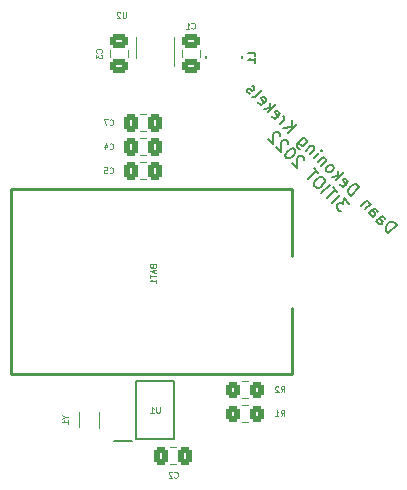
<source format=gbo>
G04 #@! TF.GenerationSoftware,KiCad,Pcbnew,6.0.9-8da3e8f707~116~ubuntu22.04.1*
G04 #@! TF.CreationDate,2022-11-08T11:27:41+01:00*
G04 #@! TF.ProjectId,PCB-Horloge,5043422d-486f-4726-9c6f-67652e6b6963,1.0*
G04 #@! TF.SameCoordinates,Original*
G04 #@! TF.FileFunction,Legend,Bot*
G04 #@! TF.FilePolarity,Positive*
%FSLAX46Y46*%
G04 Gerber Fmt 4.6, Leading zero omitted, Abs format (unit mm)*
G04 Created by KiCad (PCBNEW 6.0.9-8da3e8f707~116~ubuntu22.04.1) date 2022-11-08 11:27:41*
%MOMM*%
%LPD*%
G01*
G04 APERTURE LIST*
G04 Aperture macros list*
%AMRoundRect*
0 Rectangle with rounded corners*
0 $1 Rounding radius*
0 $2 $3 $4 $5 $6 $7 $8 $9 X,Y pos of 4 corners*
0 Add a 4 corners polygon primitive as box body*
4,1,4,$2,$3,$4,$5,$6,$7,$8,$9,$2,$3,0*
0 Add four circle primitives for the rounded corners*
1,1,$1+$1,$2,$3*
1,1,$1+$1,$4,$5*
1,1,$1+$1,$6,$7*
1,1,$1+$1,$8,$9*
0 Add four rect primitives between the rounded corners*
20,1,$1+$1,$2,$3,$4,$5,0*
20,1,$1+$1,$4,$5,$6,$7,0*
20,1,$1+$1,$6,$7,$8,$9,0*
20,1,$1+$1,$8,$9,$2,$3,0*%
G04 Aperture macros list end*
%ADD10C,0.150000*%
%ADD11C,0.100000*%
%ADD12C,0.120000*%
%ADD13C,0.127000*%
%ADD14C,0.200000*%
%ADD15C,0.254000*%
%ADD16R,1.700000X1.700000*%
%ADD17O,1.700000X1.700000*%
%ADD18C,2.100000*%
%ADD19RoundRect,0.250000X-0.475000X0.337500X-0.475000X-0.337500X0.475000X-0.337500X0.475000X0.337500X0*%
%ADD20RoundRect,0.250000X0.337500X0.475000X-0.337500X0.475000X-0.337500X-0.475000X0.337500X-0.475000X0*%
%ADD21R,3.000000X1.600000*%
%ADD22R,0.650000X1.560000*%
%ADD23R,1.550000X0.700000*%
%ADD24R,3.000000X3.600000*%
%ADD25R,3.000000X2.600000*%
%ADD26RoundRect,0.250000X0.350000X0.450000X-0.350000X0.450000X-0.350000X-0.450000X0.350000X-0.450000X0*%
%ADD27RoundRect,0.250000X-0.337500X-0.475000X0.337500X-0.475000X0.337500X0.475000X-0.337500X0.475000X0*%
%ADD28RoundRect,0.250000X0.475000X-0.337500X0.475000X0.337500X-0.475000X0.337500X-0.475000X-0.337500X0*%
%ADD29R,1.800000X1.000000*%
G04 APERTURE END LIST*
D10*
X156909747Y-89861068D02*
X157616853Y-89153961D01*
X157448495Y-88985602D01*
X157313808Y-88918259D01*
X157179121Y-88918259D01*
X157078105Y-88951930D01*
X156909747Y-89052946D01*
X156808731Y-89153961D01*
X156707716Y-89322320D01*
X156674044Y-89423335D01*
X156674044Y-89558022D01*
X156741388Y-89692709D01*
X156909747Y-89861068D01*
X155899594Y-88850915D02*
X156269983Y-88480526D01*
X156370998Y-88446854D01*
X156472014Y-88480526D01*
X156606701Y-88615213D01*
X156640372Y-88716228D01*
X155933266Y-88817243D02*
X155966937Y-88918259D01*
X156135296Y-89086617D01*
X156236311Y-89120289D01*
X156337327Y-89086617D01*
X156404670Y-89019274D01*
X156438342Y-88918259D01*
X156404670Y-88817243D01*
X156236311Y-88648885D01*
X156202640Y-88547869D01*
X155259831Y-88211152D02*
X155630220Y-87840763D01*
X155731235Y-87807091D01*
X155832250Y-87840763D01*
X155966937Y-87975450D01*
X156000609Y-88076465D01*
X155293502Y-88177480D02*
X155327174Y-88278495D01*
X155495533Y-88446854D01*
X155596548Y-88480526D01*
X155697563Y-88446854D01*
X155764907Y-88379511D01*
X155798579Y-88278495D01*
X155764907Y-88177480D01*
X155596548Y-88009121D01*
X155562876Y-87908106D01*
X155394518Y-87403030D02*
X154923113Y-87874434D01*
X155327174Y-87470373D02*
X155327174Y-87403030D01*
X155293502Y-87302015D01*
X155192487Y-87200999D01*
X155091472Y-87167328D01*
X154990457Y-87200999D01*
X154620067Y-87571389D01*
X153744602Y-86695923D02*
X154451709Y-85988816D01*
X154283350Y-85820458D01*
X154148663Y-85753114D01*
X154013976Y-85753114D01*
X153912961Y-85786786D01*
X153744602Y-85887801D01*
X153643587Y-85988816D01*
X153542571Y-86157175D01*
X153508900Y-86258190D01*
X153508900Y-86392877D01*
X153576243Y-86527564D01*
X153744602Y-86695923D01*
X152801793Y-85685771D02*
X152835465Y-85786786D01*
X152970152Y-85921473D01*
X153071167Y-85955145D01*
X153172182Y-85921473D01*
X153441556Y-85652099D01*
X153475228Y-85551084D01*
X153441556Y-85450068D01*
X153306869Y-85315381D01*
X153205854Y-85281710D01*
X153104839Y-85315381D01*
X153037495Y-85382725D01*
X153306869Y-85786786D01*
X152431404Y-85382725D02*
X153138510Y-84675618D01*
X152633434Y-85046007D02*
X152162030Y-85113351D01*
X152633434Y-84641946D02*
X152633434Y-85180694D01*
X151757969Y-84709290D02*
X151858984Y-84742962D01*
X151926327Y-84742962D01*
X152027343Y-84709290D01*
X152229373Y-84507259D01*
X152263045Y-84406244D01*
X152263045Y-84338901D01*
X152229373Y-84237885D01*
X152128358Y-84136870D01*
X152027343Y-84103198D01*
X151959999Y-84103198D01*
X151858984Y-84136870D01*
X151656953Y-84338901D01*
X151623282Y-84439916D01*
X151623282Y-84507259D01*
X151656953Y-84608275D01*
X151757969Y-84709290D01*
X151690625Y-83699137D02*
X151219221Y-84170542D01*
X151623282Y-83766481D02*
X151623282Y-83699137D01*
X151589610Y-83598122D01*
X151488595Y-83497107D01*
X151387579Y-83463435D01*
X151286564Y-83497107D01*
X150916175Y-83867496D01*
X150579457Y-83530779D02*
X151050862Y-83059374D01*
X151286564Y-82823672D02*
X151286564Y-82891015D01*
X151219221Y-82891015D01*
X151219221Y-82823672D01*
X151286564Y-82823672D01*
X151219221Y-82891015D01*
X150714144Y-82722656D02*
X150242740Y-83194061D01*
X150646801Y-82790000D02*
X150646801Y-82722656D01*
X150613129Y-82621641D01*
X150512114Y-82520626D01*
X150411098Y-82486954D01*
X150310083Y-82520626D01*
X149939694Y-82891015D01*
X149771335Y-81779847D02*
X149198915Y-82352267D01*
X149165244Y-82453282D01*
X149165244Y-82520626D01*
X149198915Y-82621641D01*
X149299931Y-82722656D01*
X149400946Y-82756328D01*
X149333602Y-82217580D02*
X149367274Y-82318595D01*
X149501961Y-82453282D01*
X149602976Y-82486954D01*
X149670320Y-82486954D01*
X149771335Y-82453282D01*
X149973366Y-82251252D01*
X150007037Y-82150237D01*
X150007037Y-82082893D01*
X149973366Y-81981878D01*
X149838679Y-81847191D01*
X149737663Y-81813519D01*
X148424465Y-81375786D02*
X149131572Y-80668680D01*
X148020404Y-80971725D02*
X148727511Y-80870710D01*
X148727511Y-80264619D02*
X148727511Y-81072741D01*
X147717358Y-80668680D02*
X148188763Y-80197275D01*
X148054076Y-80331962D02*
X148087748Y-80230947D01*
X148087748Y-80163603D01*
X148054076Y-80062588D01*
X147986732Y-79995245D01*
X147043923Y-79927901D02*
X147077595Y-80028916D01*
X147212282Y-80163603D01*
X147313297Y-80197275D01*
X147414313Y-80163603D01*
X147683687Y-79894229D01*
X147717358Y-79793214D01*
X147683687Y-79692199D01*
X147549000Y-79557512D01*
X147447984Y-79523840D01*
X147346969Y-79557512D01*
X147279626Y-79624855D01*
X147549000Y-80028916D01*
X146673534Y-79624855D02*
X147380641Y-78917749D01*
X146875565Y-79288138D02*
X146404160Y-79355481D01*
X146875565Y-78884077D02*
X146875565Y-79422825D01*
X145865412Y-78749390D02*
X145899084Y-78850405D01*
X146033771Y-78985092D01*
X146134786Y-79018764D01*
X146235801Y-78985092D01*
X146505175Y-78715718D01*
X146538847Y-78614703D01*
X146505175Y-78513688D01*
X146370488Y-78379001D01*
X146269473Y-78345329D01*
X146168458Y-78379001D01*
X146101114Y-78446344D01*
X146370488Y-78850405D01*
X145394007Y-78345329D02*
X145495023Y-78379001D01*
X145596038Y-78345329D01*
X146202130Y-77739237D01*
X145191977Y-78075955D02*
X145090962Y-78042283D01*
X144956275Y-77907596D01*
X144922603Y-77806581D01*
X144956275Y-77705565D01*
X144989946Y-77671894D01*
X145090962Y-77638222D01*
X145191977Y-77671894D01*
X145292992Y-77772909D01*
X145394007Y-77806581D01*
X145495023Y-77772909D01*
X145528694Y-77739237D01*
X145562366Y-77638222D01*
X145528694Y-77537207D01*
X145427679Y-77436191D01*
X145326664Y-77402520D01*
X153565805Y-87379796D02*
X153128072Y-86942064D01*
X153094400Y-87447140D01*
X152993385Y-87346125D01*
X152892370Y-87312453D01*
X152825026Y-87312453D01*
X152724011Y-87346125D01*
X152555652Y-87514484D01*
X152521980Y-87615499D01*
X152521980Y-87682842D01*
X152555652Y-87783858D01*
X152757683Y-87985888D01*
X152858698Y-88019560D01*
X152926042Y-88019560D01*
X152117919Y-87346125D02*
X152825026Y-86639018D01*
X152589324Y-86403316D02*
X152185263Y-85999255D01*
X151680187Y-86908392D02*
X152387293Y-86201285D01*
X151242454Y-86470659D02*
X151949561Y-85763552D01*
X151478156Y-85292148D02*
X151343469Y-85157461D01*
X151242454Y-85123789D01*
X151107767Y-85123789D01*
X150939408Y-85224804D01*
X150703706Y-85460507D01*
X150602691Y-85628865D01*
X150602691Y-85763552D01*
X150636362Y-85864568D01*
X150771049Y-85999255D01*
X150872065Y-86032926D01*
X151006752Y-86032926D01*
X151175110Y-85931911D01*
X151410813Y-85696209D01*
X151511828Y-85527850D01*
X151511828Y-85393163D01*
X151478156Y-85292148D01*
X150973080Y-84787072D02*
X150569019Y-84383011D01*
X150063943Y-85292148D02*
X150771049Y-84585041D01*
X149760897Y-83709576D02*
X149760897Y-83642232D01*
X149727225Y-83541217D01*
X149558866Y-83372858D01*
X149457851Y-83339186D01*
X149390508Y-83339186D01*
X149289492Y-83372858D01*
X149222149Y-83440202D01*
X149154805Y-83574889D01*
X149154805Y-84383011D01*
X148717073Y-83945278D01*
X148986447Y-82800438D02*
X148919103Y-82733095D01*
X148818088Y-82699423D01*
X148750744Y-82699423D01*
X148649729Y-82733095D01*
X148481370Y-82834110D01*
X148313012Y-83002469D01*
X148211996Y-83170828D01*
X148178325Y-83271843D01*
X148178325Y-83339186D01*
X148211996Y-83440202D01*
X148279340Y-83507545D01*
X148380355Y-83541217D01*
X148447699Y-83541217D01*
X148548714Y-83507545D01*
X148717073Y-83406530D01*
X148885431Y-83238171D01*
X148986447Y-83069812D01*
X149020118Y-82968797D01*
X149020118Y-82901454D01*
X148986447Y-82800438D01*
X148414027Y-82362706D02*
X148414027Y-82295362D01*
X148380355Y-82194347D01*
X148211996Y-82025988D01*
X148110981Y-81992316D01*
X148043638Y-81992316D01*
X147942622Y-82025988D01*
X147875279Y-82093332D01*
X147807935Y-82228019D01*
X147807935Y-83036141D01*
X147370203Y-82598408D01*
X147740592Y-81689270D02*
X147740592Y-81621927D01*
X147706920Y-81520912D01*
X147538561Y-81352553D01*
X147437546Y-81318881D01*
X147370203Y-81318881D01*
X147269187Y-81352553D01*
X147201844Y-81419896D01*
X147134500Y-81554583D01*
X147134500Y-82362706D01*
X146696767Y-81924973D01*
D11*
X132610571Y-74592666D02*
X132634380Y-74568857D01*
X132658190Y-74497428D01*
X132658190Y-74449809D01*
X132634380Y-74378380D01*
X132586761Y-74330761D01*
X132539142Y-74306952D01*
X132443904Y-74283142D01*
X132372476Y-74283142D01*
X132277238Y-74306952D01*
X132229619Y-74330761D01*
X132182000Y-74378380D01*
X132158190Y-74449809D01*
X132158190Y-74497428D01*
X132182000Y-74568857D01*
X132205809Y-74592666D01*
X132158190Y-74759333D02*
X132158190Y-75068857D01*
X132348666Y-74902190D01*
X132348666Y-74973619D01*
X132372476Y-75021238D01*
X132396285Y-75045047D01*
X132443904Y-75068857D01*
X132562952Y-75068857D01*
X132610571Y-75045047D01*
X132634380Y-75021238D01*
X132658190Y-74973619D01*
X132658190Y-74830761D01*
X132634380Y-74783142D01*
X132610571Y-74759333D01*
X138767333Y-110541571D02*
X138791142Y-110565380D01*
X138862571Y-110589190D01*
X138910190Y-110589190D01*
X138981619Y-110565380D01*
X139029238Y-110517761D01*
X139053047Y-110470142D01*
X139076857Y-110374904D01*
X139076857Y-110303476D01*
X139053047Y-110208238D01*
X139029238Y-110160619D01*
X138981619Y-110113000D01*
X138910190Y-110089190D01*
X138862571Y-110089190D01*
X138791142Y-110113000D01*
X138767333Y-110136809D01*
X138576857Y-110136809D02*
X138553047Y-110113000D01*
X138505428Y-110089190D01*
X138386380Y-110089190D01*
X138338761Y-110113000D01*
X138314952Y-110136809D01*
X138291142Y-110184428D01*
X138291142Y-110232047D01*
X138314952Y-110303476D01*
X138600666Y-110589190D01*
X138291142Y-110589190D01*
D10*
X145639523Y-74893333D02*
X145639523Y-74588571D01*
X144999523Y-74588571D01*
X145639523Y-75441904D02*
X145639523Y-75076190D01*
X145639523Y-75259047D02*
X144999523Y-75259047D01*
X145090952Y-75198095D01*
X145151904Y-75137142D01*
X145182380Y-75076190D01*
D11*
X134694134Y-71166513D02*
X134694134Y-71571275D01*
X134670324Y-71618894D01*
X134646515Y-71642703D01*
X134598896Y-71666513D01*
X134503658Y-71666513D01*
X134456039Y-71642703D01*
X134432229Y-71618894D01*
X134408420Y-71571275D01*
X134408420Y-71166513D01*
X134194134Y-71214132D02*
X134170324Y-71190323D01*
X134122705Y-71166513D01*
X134003658Y-71166513D01*
X133956039Y-71190323D01*
X133932229Y-71214132D01*
X133908420Y-71261751D01*
X133908420Y-71309370D01*
X133932229Y-71380799D01*
X134217943Y-71666513D01*
X133908420Y-71666513D01*
X137540952Y-104608190D02*
X137540952Y-105012952D01*
X137517142Y-105060571D01*
X137493333Y-105084380D01*
X137445714Y-105108190D01*
X137350476Y-105108190D01*
X137302857Y-105084380D01*
X137279047Y-105060571D01*
X137255238Y-105012952D01*
X137255238Y-104608190D01*
X136755238Y-105108190D02*
X137040952Y-105108190D01*
X136898095Y-105108190D02*
X136898095Y-104608190D01*
X136945714Y-104679619D01*
X136993333Y-104727238D01*
X137040952Y-104751047D01*
X136960285Y-92697857D02*
X136984095Y-92769285D01*
X137007904Y-92793095D01*
X137055523Y-92816904D01*
X137126952Y-92816904D01*
X137174571Y-92793095D01*
X137198380Y-92769285D01*
X137222190Y-92721666D01*
X137222190Y-92531190D01*
X136722190Y-92531190D01*
X136722190Y-92697857D01*
X136746000Y-92745476D01*
X136769809Y-92769285D01*
X136817428Y-92793095D01*
X136865047Y-92793095D01*
X136912666Y-92769285D01*
X136936476Y-92745476D01*
X136960285Y-92697857D01*
X136960285Y-92531190D01*
X137079333Y-93007380D02*
X137079333Y-93245476D01*
X137222190Y-92959761D02*
X136722190Y-93126428D01*
X137222190Y-93293095D01*
X136722190Y-93388333D02*
X136722190Y-93674047D01*
X137222190Y-93531190D02*
X136722190Y-93531190D01*
X137222190Y-94102619D02*
X137222190Y-93816904D01*
X137222190Y-93959761D02*
X136722190Y-93959761D01*
X136793619Y-93912142D01*
X136841238Y-93864523D01*
X136865047Y-93816904D01*
X147784333Y-103350190D02*
X147951000Y-103112095D01*
X148070047Y-103350190D02*
X148070047Y-102850190D01*
X147879571Y-102850190D01*
X147831952Y-102874000D01*
X147808142Y-102897809D01*
X147784333Y-102945428D01*
X147784333Y-103016857D01*
X147808142Y-103064476D01*
X147831952Y-103088285D01*
X147879571Y-103112095D01*
X148070047Y-103112095D01*
X147593857Y-102897809D02*
X147570047Y-102874000D01*
X147522428Y-102850190D01*
X147403380Y-102850190D01*
X147355761Y-102874000D01*
X147331952Y-102897809D01*
X147308142Y-102945428D01*
X147308142Y-102993047D01*
X147331952Y-103064476D01*
X147617666Y-103350190D01*
X147308142Y-103350190D01*
X147784333Y-105382190D02*
X147951000Y-105144095D01*
X148070047Y-105382190D02*
X148070047Y-104882190D01*
X147879571Y-104882190D01*
X147831952Y-104906000D01*
X147808142Y-104929809D01*
X147784333Y-104977428D01*
X147784333Y-105048857D01*
X147808142Y-105096476D01*
X147831952Y-105120285D01*
X147879571Y-105144095D01*
X148070047Y-105144095D01*
X147308142Y-105382190D02*
X147593857Y-105382190D01*
X147451000Y-105382190D02*
X147451000Y-104882190D01*
X147498619Y-104953619D01*
X147546238Y-105001238D01*
X147593857Y-105025047D01*
X133306333Y-84760571D02*
X133330142Y-84784380D01*
X133401571Y-84808190D01*
X133449190Y-84808190D01*
X133520619Y-84784380D01*
X133568238Y-84736761D01*
X133592047Y-84689142D01*
X133615857Y-84593904D01*
X133615857Y-84522476D01*
X133592047Y-84427238D01*
X133568238Y-84379619D01*
X133520619Y-84332000D01*
X133449190Y-84308190D01*
X133401571Y-84308190D01*
X133330142Y-84332000D01*
X133306333Y-84355809D01*
X132853952Y-84308190D02*
X133092047Y-84308190D01*
X133115857Y-84546285D01*
X133092047Y-84522476D01*
X133044428Y-84498666D01*
X132925380Y-84498666D01*
X132877761Y-84522476D01*
X132853952Y-84546285D01*
X132830142Y-84593904D01*
X132830142Y-84712952D01*
X132853952Y-84760571D01*
X132877761Y-84784380D01*
X132925380Y-84808190D01*
X133044428Y-84808190D01*
X133092047Y-84784380D01*
X133115857Y-84760571D01*
X133306333Y-82728571D02*
X133330142Y-82752380D01*
X133401571Y-82776190D01*
X133449190Y-82776190D01*
X133520619Y-82752380D01*
X133568238Y-82704761D01*
X133592047Y-82657142D01*
X133615857Y-82561904D01*
X133615857Y-82490476D01*
X133592047Y-82395238D01*
X133568238Y-82347619D01*
X133520619Y-82300000D01*
X133449190Y-82276190D01*
X133401571Y-82276190D01*
X133330142Y-82300000D01*
X133306333Y-82323809D01*
X132877761Y-82442857D02*
X132877761Y-82776190D01*
X132996809Y-82252380D02*
X133115857Y-82609523D01*
X132806333Y-82609523D01*
X140233333Y-72528571D02*
X140257142Y-72552380D01*
X140328571Y-72576190D01*
X140376190Y-72576190D01*
X140447619Y-72552380D01*
X140495238Y-72504761D01*
X140519047Y-72457142D01*
X140542857Y-72361904D01*
X140542857Y-72290476D01*
X140519047Y-72195238D01*
X140495238Y-72147619D01*
X140447619Y-72100000D01*
X140376190Y-72076190D01*
X140328571Y-72076190D01*
X140257142Y-72100000D01*
X140233333Y-72123809D01*
X139757142Y-72576190D02*
X140042857Y-72576190D01*
X139900000Y-72576190D02*
X139900000Y-72076190D01*
X139947619Y-72147619D01*
X139995238Y-72195238D01*
X140042857Y-72219047D01*
X129560095Y-105425904D02*
X129798190Y-105425904D01*
X129298190Y-105259238D02*
X129560095Y-105425904D01*
X129298190Y-105592571D01*
X129798190Y-106021142D02*
X129798190Y-105735428D01*
X129798190Y-105878285D02*
X129298190Y-105878285D01*
X129369619Y-105830666D01*
X129417238Y-105783047D01*
X129441047Y-105735428D01*
X133306333Y-80696571D02*
X133330142Y-80720380D01*
X133401571Y-80744190D01*
X133449190Y-80744190D01*
X133520619Y-80720380D01*
X133568238Y-80672761D01*
X133592047Y-80625142D01*
X133615857Y-80529904D01*
X133615857Y-80458476D01*
X133592047Y-80363238D01*
X133568238Y-80315619D01*
X133520619Y-80268000D01*
X133449190Y-80244190D01*
X133401571Y-80244190D01*
X133330142Y-80268000D01*
X133306333Y-80291809D01*
X133139666Y-80244190D02*
X132806333Y-80244190D01*
X133020619Y-80744190D01*
D12*
X134847000Y-74414748D02*
X134847000Y-74937252D01*
X133377000Y-74414748D02*
X133377000Y-74937252D01*
X138945252Y-109447000D02*
X138422748Y-109447000D01*
X138945252Y-107977000D02*
X138422748Y-107977000D01*
D13*
X144500000Y-74920000D02*
X144500000Y-75080000D01*
X141500000Y-74920000D02*
X141500000Y-75080000D01*
D12*
X138721090Y-73268000D02*
X138721090Y-75718000D01*
X135501090Y-75068000D02*
X135501090Y-73268000D01*
D14*
X135560000Y-102432000D02*
X135560000Y-107332000D01*
X135560000Y-107332000D02*
X138760000Y-107332000D01*
X138760000Y-102432000D02*
X135560000Y-102432000D01*
X138760000Y-107332000D02*
X138760000Y-102432000D01*
X133660000Y-107487000D02*
X135210000Y-107487000D01*
D15*
X124973000Y-101780000D02*
X148763000Y-101780000D01*
X148763000Y-86180000D02*
X148763000Y-91780000D01*
X148763000Y-86180000D02*
X124973000Y-86180000D01*
X148763000Y-101780000D02*
X148763000Y-96180000D01*
X124973000Y-86180000D02*
X124973000Y-101780000D01*
D12*
X145007064Y-103859000D02*
X144552936Y-103859000D01*
X145007064Y-102389000D02*
X144552936Y-102389000D01*
X145007064Y-105891000D02*
X144552936Y-105891000D01*
X145007064Y-104421000D02*
X144552936Y-104421000D01*
X135882748Y-83865867D02*
X136405252Y-83865867D01*
X135882748Y-85335867D02*
X136405252Y-85335867D01*
X135882748Y-81833867D02*
X136405252Y-81833867D01*
X135882748Y-83303867D02*
X136405252Y-83303867D01*
X139473000Y-74937252D02*
X139473000Y-74414748D01*
X140943000Y-74937252D02*
X140943000Y-74414748D01*
X132447000Y-104989000D02*
X132447000Y-106339000D01*
X130697000Y-104989000D02*
X130697000Y-106339000D01*
X135882748Y-81271867D02*
X136405252Y-81271867D01*
X135882748Y-79801867D02*
X136405252Y-79801867D01*
%LPC*%
D16*
X134620000Y-77996867D03*
D17*
X137160000Y-77996867D03*
X139700000Y-77996867D03*
D18*
X115650000Y-86600000D03*
X158650000Y-86600000D03*
D19*
X134112000Y-73638500D03*
X134112000Y-75713500D03*
D20*
X139721500Y-108712000D03*
X137646500Y-108712000D03*
D21*
X143000000Y-73800000D03*
X143000000Y-76200000D03*
D22*
X138061090Y-75518000D03*
X137111090Y-75518000D03*
X136161090Y-75518000D03*
X136161090Y-72818000D03*
X138061090Y-72818000D03*
D23*
X134435000Y-106787000D03*
X134435000Y-105517000D03*
X134435000Y-104247000D03*
X134435000Y-102977000D03*
X139885000Y-102977000D03*
X139885000Y-104247000D03*
X139885000Y-105517000D03*
X139885000Y-106787000D03*
D24*
X148990000Y-93980000D03*
D25*
X127590000Y-93980000D03*
D26*
X145780000Y-103124000D03*
X143780000Y-103124000D03*
X145780000Y-105156000D03*
X143780000Y-105156000D03*
D27*
X135106500Y-84600867D03*
X137181500Y-84600867D03*
X135106500Y-82568867D03*
X137181500Y-82568867D03*
D28*
X140208000Y-75713500D03*
X140208000Y-73638500D03*
D29*
X131572000Y-106914000D03*
X131572000Y-104414000D03*
D27*
X135106500Y-80536867D03*
X137181500Y-80536867D03*
M02*

</source>
